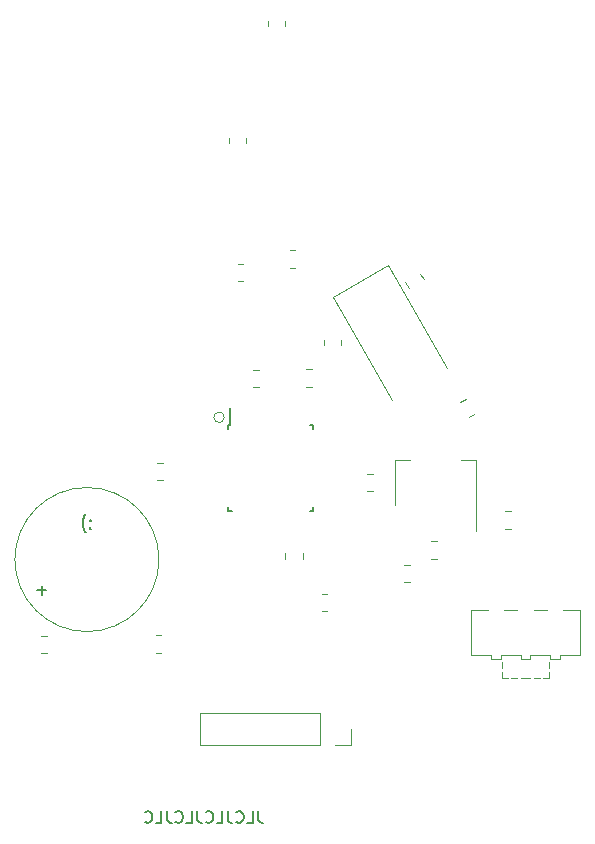
<source format=gbr>
%TF.GenerationSoftware,KiCad,Pcbnew,(5.1.10)-1*%
%TF.CreationDate,2021-11-23T17:51:28-05:00*%
%TF.ProjectId,Electronics Club,456c6563-7472-46f6-9e69-637320436c75,rev?*%
%TF.SameCoordinates,Original*%
%TF.FileFunction,Legend,Bot*%
%TF.FilePolarity,Positive*%
%FSLAX46Y46*%
G04 Gerber Fmt 4.6, Leading zero omitted, Abs format (unit mm)*
G04 Created by KiCad (PCBNEW (5.1.10)-1) date 2021-11-23 17:51:28*
%MOMM*%
%LPD*%
G01*
G04 APERTURE LIST*
%ADD10C,0.120000*%
%ADD11C,0.150000*%
G04 APERTURE END LIST*
D10*
X177684246Y-97332800D02*
G75*
G03*
X177684246Y-97332800I-443046J0D01*
G01*
D11*
X180552147Y-130681480D02*
X180552147Y-131395766D01*
X180599766Y-131538623D01*
X180695004Y-131633861D01*
X180837861Y-131681480D01*
X180933100Y-131681480D01*
X179599766Y-131681480D02*
X180075957Y-131681480D01*
X180075957Y-130681480D01*
X178695004Y-131586242D02*
X178742623Y-131633861D01*
X178885480Y-131681480D01*
X178980719Y-131681480D01*
X179123576Y-131633861D01*
X179218814Y-131538623D01*
X179266433Y-131443385D01*
X179314052Y-131252909D01*
X179314052Y-131110052D01*
X179266433Y-130919576D01*
X179218814Y-130824338D01*
X179123576Y-130729100D01*
X178980719Y-130681480D01*
X178885480Y-130681480D01*
X178742623Y-130729100D01*
X178695004Y-130776719D01*
X177980719Y-130681480D02*
X177980719Y-131395766D01*
X178028338Y-131538623D01*
X178123576Y-131633861D01*
X178266433Y-131681480D01*
X178361671Y-131681480D01*
X177028338Y-131681480D02*
X177504528Y-131681480D01*
X177504528Y-130681480D01*
X176123576Y-131586242D02*
X176171195Y-131633861D01*
X176314052Y-131681480D01*
X176409290Y-131681480D01*
X176552147Y-131633861D01*
X176647385Y-131538623D01*
X176695004Y-131443385D01*
X176742623Y-131252909D01*
X176742623Y-131110052D01*
X176695004Y-130919576D01*
X176647385Y-130824338D01*
X176552147Y-130729100D01*
X176409290Y-130681480D01*
X176314052Y-130681480D01*
X176171195Y-130729100D01*
X176123576Y-130776719D01*
X175409290Y-130681480D02*
X175409290Y-131395766D01*
X175456909Y-131538623D01*
X175552147Y-131633861D01*
X175695004Y-131681480D01*
X175790242Y-131681480D01*
X174456909Y-131681480D02*
X174933100Y-131681480D01*
X174933100Y-130681480D01*
X173552147Y-131586242D02*
X173599766Y-131633861D01*
X173742623Y-131681480D01*
X173837861Y-131681480D01*
X173980719Y-131633861D01*
X174075957Y-131538623D01*
X174123576Y-131443385D01*
X174171195Y-131252909D01*
X174171195Y-131110052D01*
X174123576Y-130919576D01*
X174075957Y-130824338D01*
X173980719Y-130729100D01*
X173837861Y-130681480D01*
X173742623Y-130681480D01*
X173599766Y-130729100D01*
X173552147Y-130776719D01*
X172837861Y-130681480D02*
X172837861Y-131395766D01*
X172885480Y-131538623D01*
X172980719Y-131633861D01*
X173123576Y-131681480D01*
X173218814Y-131681480D01*
X171885480Y-131681480D02*
X172361671Y-131681480D01*
X172361671Y-130681480D01*
X170980719Y-131586242D02*
X171028338Y-131633861D01*
X171171195Y-131681480D01*
X171266433Y-131681480D01*
X171409290Y-131633861D01*
X171504528Y-131538623D01*
X171552147Y-131443385D01*
X171599766Y-131252909D01*
X171599766Y-131110052D01*
X171552147Y-130919576D01*
X171504528Y-130824338D01*
X171409290Y-130729100D01*
X171266433Y-130681480D01*
X171171195Y-130681480D01*
X171028338Y-130729100D01*
X170980719Y-130776719D01*
X166300114Y-106627561D02*
X166300114Y-106675180D01*
X166347733Y-106770419D01*
X166395352Y-106818038D01*
X166347733Y-106056133D02*
X166300114Y-106103752D01*
X166347733Y-106151371D01*
X166395352Y-106103752D01*
X166347733Y-106056133D01*
X166347733Y-106151371D01*
X165966780Y-107056133D02*
X165919161Y-107008514D01*
X165823923Y-106865657D01*
X165776304Y-106770419D01*
X165728685Y-106627561D01*
X165681066Y-106389466D01*
X165681066Y-106198990D01*
X165728685Y-105960895D01*
X165776304Y-105818038D01*
X165823923Y-105722800D01*
X165919161Y-105579942D01*
X165966780Y-105532323D01*
D10*
%TO.C,Y1*%
X191895131Y-95830501D02*
X186895131Y-87170247D01*
X186895131Y-87170247D02*
X191571669Y-84470247D01*
X191571669Y-84470247D02*
X196571669Y-93130501D01*
%TO.C,BZ1*%
X172155200Y-109372400D02*
G75*
G03*
X172155200Y-109372400I-6100000J0D01*
G01*
%TO.C,C1*%
X201966552Y-106754600D02*
X201444048Y-106754600D01*
X201966552Y-105284600D02*
X201444048Y-105284600D01*
%TO.C,C2*%
X195195648Y-109294600D02*
X195718152Y-109294600D01*
X195195648Y-107824600D02*
X195718152Y-107824600D01*
%TO.C,C3*%
X184574548Y-93270400D02*
X185097052Y-93270400D01*
X184574548Y-94740400D02*
X185097052Y-94740400D01*
%TO.C,C4*%
X182856200Y-108784848D02*
X182856200Y-109307352D01*
X184326200Y-108784848D02*
X184326200Y-109307352D01*
%TO.C,C5*%
X180630552Y-94765800D02*
X180108048Y-94765800D01*
X180630552Y-93295800D02*
X180108048Y-93295800D01*
%TO.C,C6*%
X194558405Y-85625050D02*
X194297153Y-85172548D01*
X193285347Y-86360050D02*
X193024095Y-85907548D01*
%TO.C,C7*%
X198134350Y-95788995D02*
X197681848Y-96050247D01*
X198869350Y-97062053D02*
X198416848Y-97323305D01*
%TO.C,R1*%
X182853000Y-64200264D02*
X182853000Y-63746136D01*
X181383000Y-64200264D02*
X181383000Y-63746136D01*
%TO.C,R2*%
X162634664Y-117321000D02*
X162180536Y-117321000D01*
X162634664Y-115851000D02*
X162180536Y-115851000D01*
%TO.C,R3*%
X179297064Y-84355000D02*
X178842936Y-84355000D01*
X179297064Y-85825000D02*
X178842936Y-85825000D01*
%TO.C,R4*%
X189780936Y-102135000D02*
X190235064Y-102135000D01*
X189780936Y-103605000D02*
X190235064Y-103605000D01*
%TO.C,R5*%
X187577400Y-91225864D02*
X187577400Y-90771736D01*
X186107400Y-91225864D02*
X186107400Y-90771736D01*
%TO.C,R6*%
X192930536Y-109805800D02*
X193384664Y-109805800D01*
X192930536Y-111275800D02*
X193384664Y-111275800D01*
%TO.C,R7*%
X172473864Y-101169800D02*
X172019736Y-101169800D01*
X172473864Y-102639800D02*
X172019736Y-102639800D01*
%TO.C,R8*%
X178081000Y-74125064D02*
X178081000Y-73670936D01*
X179551000Y-74125064D02*
X179551000Y-73670936D01*
%TO.C,R9*%
X183246536Y-84656600D02*
X183700664Y-84656600D01*
X183246536Y-83186600D02*
X183700664Y-83186600D01*
%TO.C,R10*%
X186409064Y-113765000D02*
X185954936Y-113765000D01*
X186409064Y-112295000D02*
X185954936Y-112295000D01*
%TO.C,R11*%
X172353464Y-115800200D02*
X171899336Y-115800200D01*
X172353464Y-117270200D02*
X171899336Y-117270200D01*
%TO.C,SW1*%
X200000000Y-113670000D02*
X198600000Y-113670000D01*
X198600000Y-113670000D02*
X198600000Y-117470000D01*
X207800000Y-117470000D02*
X207800000Y-113670000D01*
X207800000Y-113670000D02*
X206400000Y-113670000D01*
X201400000Y-113670000D02*
X202500000Y-113670000D01*
X202500000Y-113670000D02*
X202500000Y-113670000D01*
X203900000Y-113670000D02*
X205000000Y-113670000D01*
X205000000Y-113670000D02*
X205000000Y-113670000D01*
X198600000Y-117470000D02*
X200300000Y-117470000D01*
X200300000Y-117470000D02*
X200300000Y-117770000D01*
X200300000Y-117770000D02*
X201100000Y-117770000D01*
X201100000Y-117770000D02*
X201100000Y-117470000D01*
X201100000Y-117470000D02*
X202800000Y-117470000D01*
X202800000Y-117470000D02*
X202800000Y-117770000D01*
X202800000Y-117770000D02*
X203600000Y-117770000D01*
X203600000Y-117770000D02*
X203600000Y-117470000D01*
X203600000Y-117470000D02*
X205300000Y-117470000D01*
X205300000Y-117470000D02*
X205300000Y-117770000D01*
X205300000Y-117770000D02*
X206100000Y-117770000D01*
X206100000Y-117770000D02*
X206100000Y-117470000D01*
X206100000Y-117470000D02*
X207800000Y-117470000D01*
X207800000Y-117470000D02*
X207800000Y-117470000D01*
X205200000Y-119370000D02*
X205200000Y-118870000D01*
X205200000Y-118870000D02*
X205200000Y-118870000D01*
X205200000Y-119370000D02*
X204700000Y-119370000D01*
X204700000Y-119370000D02*
X204700000Y-119370000D01*
X201200000Y-119370000D02*
X201700000Y-119370000D01*
X201700000Y-119370000D02*
X201700000Y-119370000D01*
X201200000Y-119370000D02*
X201200000Y-118870000D01*
X201200000Y-118870000D02*
X201200000Y-118870000D01*
X201200000Y-118570000D02*
X201200000Y-118070000D01*
X201200000Y-118070000D02*
X201200000Y-118070000D01*
X205200000Y-118570000D02*
X205200000Y-118070000D01*
X205200000Y-118070000D02*
X205200000Y-118070000D01*
X204400000Y-119370000D02*
X203900000Y-119370000D01*
X203900000Y-119370000D02*
X203900000Y-119370000D01*
X202000000Y-119370000D02*
X202500000Y-119370000D01*
X202500000Y-119370000D02*
X202500000Y-119370000D01*
X202800000Y-119370000D02*
X203600000Y-119370000D01*
X203600000Y-119370000D02*
X203600000Y-119370000D01*
%TO.C,U2*%
X192170000Y-100960000D02*
X193430000Y-100960000D01*
X198990000Y-100960000D02*
X197730000Y-100960000D01*
X192170000Y-104720000D02*
X192170000Y-100960000D01*
X198990000Y-106970000D02*
X198990000Y-100960000D01*
D11*
%TO.C,U3*%
X177985000Y-97975000D02*
X178210000Y-97975000D01*
X177985000Y-105225000D02*
X178310000Y-105225000D01*
X185235000Y-105225000D02*
X184910000Y-105225000D01*
X185235000Y-97975000D02*
X184910000Y-97975000D01*
X177985000Y-97975000D02*
X177985000Y-98300000D01*
X185235000Y-97975000D02*
X185235000Y-98300000D01*
X185235000Y-105225000D02*
X185235000Y-104900000D01*
X177985000Y-105225000D02*
X177985000Y-104900000D01*
X178210000Y-97975000D02*
X178210000Y-96550000D01*
D10*
%TO.C,J1*%
X188413700Y-125066100D02*
X188413700Y-123736100D01*
X187083700Y-125066100D02*
X188413700Y-125066100D01*
X185813700Y-125066100D02*
X185813700Y-122406100D01*
X185813700Y-122406100D02*
X175593700Y-122406100D01*
X185813700Y-125066100D02*
X175593700Y-125066100D01*
X175593700Y-125066100D02*
X175593700Y-122406100D01*
%TO.C,BZ1*%
D11*
X162626152Y-111983828D02*
X161864247Y-111983828D01*
X162245200Y-112364780D02*
X162245200Y-111602876D01*
%TD*%
M02*

</source>
